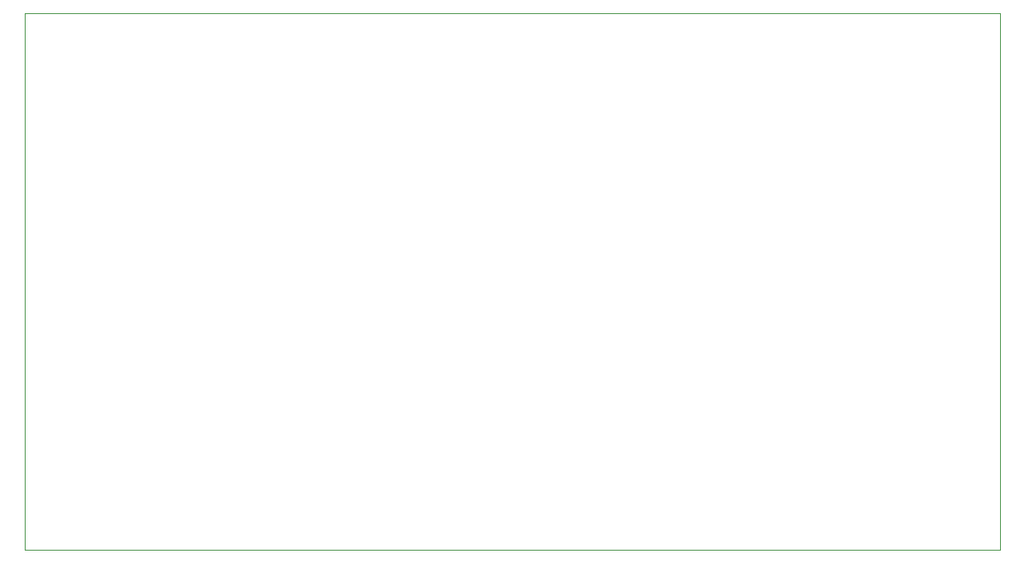
<source format=gbr>
%TF.GenerationSoftware,Altium Limited,Altium Designer,23.11.1 (41)*%
G04 Layer_Color=0*
%FSLAX45Y45*%
%MOMM*%
%TF.SameCoordinates,5A3C93BB-BC46-40EA-83D2-B686983C8B64*%
%TF.FilePolarity,Positive*%
%TF.FileFunction,Profile,NP*%
%TF.Part,Single*%
G01*
G75*
%TA.AperFunction,Profile*%
%ADD85C,0.02540*%
D85*
X0Y0D02*
Y5500000D01*
X10000000D01*
X10000000Y0D01*
X0D01*
%TF.MD5,081a8342447189d3009930738527dc99*%
M02*

</source>
